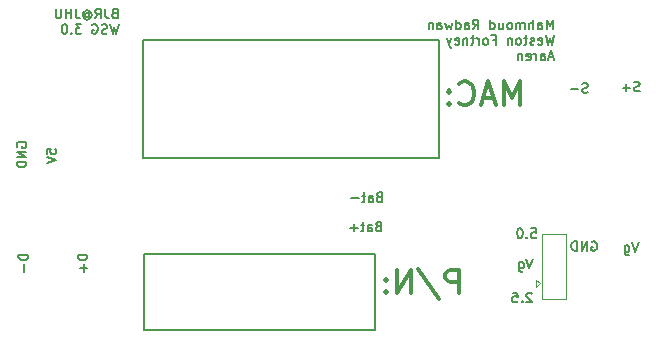
<source format=gbr>
%TF.GenerationSoftware,KiCad,Pcbnew,8.0.4*%
%TF.CreationDate,2025-03-23T22:29:41-04:00*%
%TF.ProjectId,wsg3.0,77736733-2e30-42e6-9b69-6361645f7063,rev?*%
%TF.SameCoordinates,Original*%
%TF.FileFunction,Legend,Bot*%
%TF.FilePolarity,Positive*%
%FSLAX46Y46*%
G04 Gerber Fmt 4.6, Leading zero omitted, Abs format (unit mm)*
G04 Created by KiCad (PCBNEW 8.0.4) date 2025-03-23 22:29:41*
%MOMM*%
%LPD*%
G01*
G04 APERTURE LIST*
%ADD10C,0.152400*%
%ADD11C,0.300000*%
%ADD12C,0.120000*%
G04 APERTURE END LIST*
D10*
X11660000Y-21610000D02*
X31230000Y-21610000D01*
X31230000Y-28070000D01*
X11660000Y-28070000D01*
X11660000Y-21610000D01*
X11600000Y-3480000D02*
X36600000Y-3480000D01*
X36600000Y-13480000D01*
X11600000Y-13480000D01*
X11600000Y-3480000D01*
X53532327Y-20639803D02*
X53261394Y-21452603D01*
X53261394Y-21452603D02*
X52990460Y-20639803D01*
X52371184Y-20910737D02*
X52371184Y-21568718D01*
X52371184Y-21568718D02*
X52409889Y-21646127D01*
X52409889Y-21646127D02*
X52448593Y-21684832D01*
X52448593Y-21684832D02*
X52526003Y-21723537D01*
X52526003Y-21723537D02*
X52642117Y-21723537D01*
X52642117Y-21723537D02*
X52719527Y-21684832D01*
X52371184Y-21413899D02*
X52448593Y-21452603D01*
X52448593Y-21452603D02*
X52603412Y-21452603D01*
X52603412Y-21452603D02*
X52680822Y-21413899D01*
X52680822Y-21413899D02*
X52719527Y-21375194D01*
X52719527Y-21375194D02*
X52758231Y-21297784D01*
X52758231Y-21297784D02*
X52758231Y-21065556D01*
X52758231Y-21065556D02*
X52719527Y-20988146D01*
X52719527Y-20988146D02*
X52680822Y-20949441D01*
X52680822Y-20949441D02*
X52603412Y-20910737D01*
X52603412Y-20910737D02*
X52448593Y-20910737D01*
X52448593Y-20910737D02*
X52371184Y-20949441D01*
X9155279Y-1248289D02*
X9039165Y-1286994D01*
X9039165Y-1286994D02*
X9000460Y-1325698D01*
X9000460Y-1325698D02*
X8961756Y-1403108D01*
X8961756Y-1403108D02*
X8961756Y-1519222D01*
X8961756Y-1519222D02*
X9000460Y-1596632D01*
X9000460Y-1596632D02*
X9039165Y-1635337D01*
X9039165Y-1635337D02*
X9116575Y-1674041D01*
X9116575Y-1674041D02*
X9426213Y-1674041D01*
X9426213Y-1674041D02*
X9426213Y-861241D01*
X9426213Y-861241D02*
X9155279Y-861241D01*
X9155279Y-861241D02*
X9077870Y-899946D01*
X9077870Y-899946D02*
X9039165Y-938651D01*
X9039165Y-938651D02*
X9000460Y-1016060D01*
X9000460Y-1016060D02*
X9000460Y-1093470D01*
X9000460Y-1093470D02*
X9039165Y-1170879D01*
X9039165Y-1170879D02*
X9077870Y-1209584D01*
X9077870Y-1209584D02*
X9155279Y-1248289D01*
X9155279Y-1248289D02*
X9426213Y-1248289D01*
X8381184Y-861241D02*
X8381184Y-1441813D01*
X8381184Y-1441813D02*
X8419889Y-1557927D01*
X8419889Y-1557927D02*
X8497298Y-1635337D01*
X8497298Y-1635337D02*
X8613413Y-1674041D01*
X8613413Y-1674041D02*
X8690822Y-1674041D01*
X7529680Y-1674041D02*
X7800613Y-1286994D01*
X7994137Y-1674041D02*
X7994137Y-861241D01*
X7994137Y-861241D02*
X7684499Y-861241D01*
X7684499Y-861241D02*
X7607089Y-899946D01*
X7607089Y-899946D02*
X7568384Y-938651D01*
X7568384Y-938651D02*
X7529680Y-1016060D01*
X7529680Y-1016060D02*
X7529680Y-1132175D01*
X7529680Y-1132175D02*
X7568384Y-1209584D01*
X7568384Y-1209584D02*
X7607089Y-1248289D01*
X7607089Y-1248289D02*
X7684499Y-1286994D01*
X7684499Y-1286994D02*
X7994137Y-1286994D01*
X6678175Y-1286994D02*
X6716880Y-1248289D01*
X6716880Y-1248289D02*
X6794289Y-1209584D01*
X6794289Y-1209584D02*
X6871699Y-1209584D01*
X6871699Y-1209584D02*
X6949108Y-1248289D01*
X6949108Y-1248289D02*
X6987813Y-1286994D01*
X6987813Y-1286994D02*
X7026518Y-1364403D01*
X7026518Y-1364403D02*
X7026518Y-1441813D01*
X7026518Y-1441813D02*
X6987813Y-1519222D01*
X6987813Y-1519222D02*
X6949108Y-1557927D01*
X6949108Y-1557927D02*
X6871699Y-1596632D01*
X6871699Y-1596632D02*
X6794289Y-1596632D01*
X6794289Y-1596632D02*
X6716880Y-1557927D01*
X6716880Y-1557927D02*
X6678175Y-1519222D01*
X6678175Y-1209584D02*
X6678175Y-1519222D01*
X6678175Y-1519222D02*
X6639470Y-1557927D01*
X6639470Y-1557927D02*
X6600765Y-1557927D01*
X6600765Y-1557927D02*
X6523356Y-1519222D01*
X6523356Y-1519222D02*
X6484651Y-1441813D01*
X6484651Y-1441813D02*
X6484651Y-1248289D01*
X6484651Y-1248289D02*
X6562061Y-1132175D01*
X6562061Y-1132175D02*
X6678175Y-1054765D01*
X6678175Y-1054765D02*
X6832994Y-1016060D01*
X6832994Y-1016060D02*
X6987813Y-1054765D01*
X6987813Y-1054765D02*
X7103927Y-1132175D01*
X7103927Y-1132175D02*
X7181337Y-1248289D01*
X7181337Y-1248289D02*
X7220041Y-1403108D01*
X7220041Y-1403108D02*
X7181337Y-1557927D01*
X7181337Y-1557927D02*
X7103927Y-1674041D01*
X7103927Y-1674041D02*
X6987813Y-1751451D01*
X6987813Y-1751451D02*
X6832994Y-1790156D01*
X6832994Y-1790156D02*
X6678175Y-1751451D01*
X6678175Y-1751451D02*
X6562061Y-1674041D01*
X5904079Y-861241D02*
X5904079Y-1441813D01*
X5904079Y-1441813D02*
X5942784Y-1557927D01*
X5942784Y-1557927D02*
X6020193Y-1635337D01*
X6020193Y-1635337D02*
X6136308Y-1674041D01*
X6136308Y-1674041D02*
X6213717Y-1674041D01*
X5517032Y-1674041D02*
X5517032Y-861241D01*
X5517032Y-1248289D02*
X5052575Y-1248289D01*
X5052575Y-1674041D02*
X5052575Y-861241D01*
X4665527Y-861241D02*
X4665527Y-1519222D01*
X4665527Y-1519222D02*
X4626822Y-1596632D01*
X4626822Y-1596632D02*
X4588117Y-1635337D01*
X4588117Y-1635337D02*
X4510708Y-1674041D01*
X4510708Y-1674041D02*
X4355889Y-1674041D01*
X4355889Y-1674041D02*
X4278479Y-1635337D01*
X4278479Y-1635337D02*
X4239774Y-1596632D01*
X4239774Y-1596632D02*
X4201070Y-1519222D01*
X4201070Y-1519222D02*
X4201070Y-861241D01*
X9503622Y-2169803D02*
X9310098Y-2982603D01*
X9310098Y-2982603D02*
X9155279Y-2402032D01*
X9155279Y-2402032D02*
X9000460Y-2982603D01*
X9000460Y-2982603D02*
X8806937Y-2169803D01*
X8536003Y-2943899D02*
X8419889Y-2982603D01*
X8419889Y-2982603D02*
X8226365Y-2982603D01*
X8226365Y-2982603D02*
X8148956Y-2943899D01*
X8148956Y-2943899D02*
X8110251Y-2905194D01*
X8110251Y-2905194D02*
X8071546Y-2827784D01*
X8071546Y-2827784D02*
X8071546Y-2750375D01*
X8071546Y-2750375D02*
X8110251Y-2672965D01*
X8110251Y-2672965D02*
X8148956Y-2634260D01*
X8148956Y-2634260D02*
X8226365Y-2595556D01*
X8226365Y-2595556D02*
X8381184Y-2556851D01*
X8381184Y-2556851D02*
X8458594Y-2518146D01*
X8458594Y-2518146D02*
X8497299Y-2479441D01*
X8497299Y-2479441D02*
X8536003Y-2402032D01*
X8536003Y-2402032D02*
X8536003Y-2324622D01*
X8536003Y-2324622D02*
X8497299Y-2247213D01*
X8497299Y-2247213D02*
X8458594Y-2208508D01*
X8458594Y-2208508D02*
X8381184Y-2169803D01*
X8381184Y-2169803D02*
X8187661Y-2169803D01*
X8187661Y-2169803D02*
X8071546Y-2208508D01*
X7297451Y-2208508D02*
X7374861Y-2169803D01*
X7374861Y-2169803D02*
X7490975Y-2169803D01*
X7490975Y-2169803D02*
X7607089Y-2208508D01*
X7607089Y-2208508D02*
X7684499Y-2285918D01*
X7684499Y-2285918D02*
X7723204Y-2363327D01*
X7723204Y-2363327D02*
X7761908Y-2518146D01*
X7761908Y-2518146D02*
X7761908Y-2634260D01*
X7761908Y-2634260D02*
X7723204Y-2789079D01*
X7723204Y-2789079D02*
X7684499Y-2866489D01*
X7684499Y-2866489D02*
X7607089Y-2943899D01*
X7607089Y-2943899D02*
X7490975Y-2982603D01*
X7490975Y-2982603D02*
X7413566Y-2982603D01*
X7413566Y-2982603D02*
X7297451Y-2943899D01*
X7297451Y-2943899D02*
X7258747Y-2905194D01*
X7258747Y-2905194D02*
X7258747Y-2634260D01*
X7258747Y-2634260D02*
X7413566Y-2634260D01*
X6368537Y-2169803D02*
X5865375Y-2169803D01*
X5865375Y-2169803D02*
X6136309Y-2479441D01*
X6136309Y-2479441D02*
X6020194Y-2479441D01*
X6020194Y-2479441D02*
X5942785Y-2518146D01*
X5942785Y-2518146D02*
X5904080Y-2556851D01*
X5904080Y-2556851D02*
X5865375Y-2634260D01*
X5865375Y-2634260D02*
X5865375Y-2827784D01*
X5865375Y-2827784D02*
X5904080Y-2905194D01*
X5904080Y-2905194D02*
X5942785Y-2943899D01*
X5942785Y-2943899D02*
X6020194Y-2982603D01*
X6020194Y-2982603D02*
X6252423Y-2982603D01*
X6252423Y-2982603D02*
X6329832Y-2943899D01*
X6329832Y-2943899D02*
X6368537Y-2905194D01*
X5517033Y-2905194D02*
X5478328Y-2943899D01*
X5478328Y-2943899D02*
X5517033Y-2982603D01*
X5517033Y-2982603D02*
X5555737Y-2943899D01*
X5555737Y-2943899D02*
X5517033Y-2905194D01*
X5517033Y-2905194D02*
X5517033Y-2982603D01*
X4975166Y-2169803D02*
X4897756Y-2169803D01*
X4897756Y-2169803D02*
X4820347Y-2208508D01*
X4820347Y-2208508D02*
X4781642Y-2247213D01*
X4781642Y-2247213D02*
X4742937Y-2324622D01*
X4742937Y-2324622D02*
X4704232Y-2479441D01*
X4704232Y-2479441D02*
X4704232Y-2672965D01*
X4704232Y-2672965D02*
X4742937Y-2827784D01*
X4742937Y-2827784D02*
X4781642Y-2905194D01*
X4781642Y-2905194D02*
X4820347Y-2943899D01*
X4820347Y-2943899D02*
X4897756Y-2982603D01*
X4897756Y-2982603D02*
X4975166Y-2982603D01*
X4975166Y-2982603D02*
X5052575Y-2943899D01*
X5052575Y-2943899D02*
X5091280Y-2905194D01*
X5091280Y-2905194D02*
X5129985Y-2827784D01*
X5129985Y-2827784D02*
X5168689Y-2672965D01*
X5168689Y-2672965D02*
X5168689Y-2479441D01*
X5168689Y-2479441D02*
X5129985Y-2324622D01*
X5129985Y-2324622D02*
X5091280Y-2247213D01*
X5091280Y-2247213D02*
X5052575Y-2208508D01*
X5052575Y-2208508D02*
X4975166Y-2169803D01*
X44572327Y-22039803D02*
X44301394Y-22852603D01*
X44301394Y-22852603D02*
X44030460Y-22039803D01*
X43411184Y-22310737D02*
X43411184Y-22968718D01*
X43411184Y-22968718D02*
X43449889Y-23046127D01*
X43449889Y-23046127D02*
X43488593Y-23084832D01*
X43488593Y-23084832D02*
X43566003Y-23123537D01*
X43566003Y-23123537D02*
X43682117Y-23123537D01*
X43682117Y-23123537D02*
X43759527Y-23084832D01*
X43411184Y-22813899D02*
X43488593Y-22852603D01*
X43488593Y-22852603D02*
X43643412Y-22852603D01*
X43643412Y-22852603D02*
X43720822Y-22813899D01*
X43720822Y-22813899D02*
X43759527Y-22775194D01*
X43759527Y-22775194D02*
X43798231Y-22697784D01*
X43798231Y-22697784D02*
X43798231Y-22465556D01*
X43798231Y-22465556D02*
X43759527Y-22388146D01*
X43759527Y-22388146D02*
X43720822Y-22349441D01*
X43720822Y-22349441D02*
X43643412Y-22310737D01*
X43643412Y-22310737D02*
X43488593Y-22310737D01*
X43488593Y-22310737D02*
X43411184Y-22349441D01*
X44449165Y-19469803D02*
X44836213Y-19469803D01*
X44836213Y-19469803D02*
X44874917Y-19856851D01*
X44874917Y-19856851D02*
X44836213Y-19818146D01*
X44836213Y-19818146D02*
X44758803Y-19779441D01*
X44758803Y-19779441D02*
X44565279Y-19779441D01*
X44565279Y-19779441D02*
X44487870Y-19818146D01*
X44487870Y-19818146D02*
X44449165Y-19856851D01*
X44449165Y-19856851D02*
X44410460Y-19934260D01*
X44410460Y-19934260D02*
X44410460Y-20127784D01*
X44410460Y-20127784D02*
X44449165Y-20205194D01*
X44449165Y-20205194D02*
X44487870Y-20243899D01*
X44487870Y-20243899D02*
X44565279Y-20282603D01*
X44565279Y-20282603D02*
X44758803Y-20282603D01*
X44758803Y-20282603D02*
X44836213Y-20243899D01*
X44836213Y-20243899D02*
X44874917Y-20205194D01*
X44062118Y-20205194D02*
X44023413Y-20243899D01*
X44023413Y-20243899D02*
X44062118Y-20282603D01*
X44062118Y-20282603D02*
X44100822Y-20243899D01*
X44100822Y-20243899D02*
X44062118Y-20205194D01*
X44062118Y-20205194D02*
X44062118Y-20282603D01*
X43520251Y-19469803D02*
X43442841Y-19469803D01*
X43442841Y-19469803D02*
X43365432Y-19508508D01*
X43365432Y-19508508D02*
X43326727Y-19547213D01*
X43326727Y-19547213D02*
X43288022Y-19624622D01*
X43288022Y-19624622D02*
X43249317Y-19779441D01*
X43249317Y-19779441D02*
X43249317Y-19972965D01*
X43249317Y-19972965D02*
X43288022Y-20127784D01*
X43288022Y-20127784D02*
X43326727Y-20205194D01*
X43326727Y-20205194D02*
X43365432Y-20243899D01*
X43365432Y-20243899D02*
X43442841Y-20282603D01*
X43442841Y-20282603D02*
X43520251Y-20282603D01*
X43520251Y-20282603D02*
X43597660Y-20243899D01*
X43597660Y-20243899D02*
X43636365Y-20205194D01*
X43636365Y-20205194D02*
X43675070Y-20127784D01*
X43675070Y-20127784D02*
X43713774Y-19972965D01*
X43713774Y-19972965D02*
X43713774Y-19779441D01*
X43713774Y-19779441D02*
X43675070Y-19624622D01*
X43675070Y-19624622D02*
X43636365Y-19547213D01*
X43636365Y-19547213D02*
X43597660Y-19508508D01*
X43597660Y-19508508D02*
X43520251Y-19469803D01*
X31565279Y-16806851D02*
X31449165Y-16845556D01*
X31449165Y-16845556D02*
X31410460Y-16884260D01*
X31410460Y-16884260D02*
X31371756Y-16961670D01*
X31371756Y-16961670D02*
X31371756Y-17077784D01*
X31371756Y-17077784D02*
X31410460Y-17155194D01*
X31410460Y-17155194D02*
X31449165Y-17193899D01*
X31449165Y-17193899D02*
X31526575Y-17232603D01*
X31526575Y-17232603D02*
X31836213Y-17232603D01*
X31836213Y-17232603D02*
X31836213Y-16419803D01*
X31836213Y-16419803D02*
X31565279Y-16419803D01*
X31565279Y-16419803D02*
X31487870Y-16458508D01*
X31487870Y-16458508D02*
X31449165Y-16497213D01*
X31449165Y-16497213D02*
X31410460Y-16574622D01*
X31410460Y-16574622D02*
X31410460Y-16652032D01*
X31410460Y-16652032D02*
X31449165Y-16729441D01*
X31449165Y-16729441D02*
X31487870Y-16768146D01*
X31487870Y-16768146D02*
X31565279Y-16806851D01*
X31565279Y-16806851D02*
X31836213Y-16806851D01*
X30675070Y-17232603D02*
X30675070Y-16806851D01*
X30675070Y-16806851D02*
X30713775Y-16729441D01*
X30713775Y-16729441D02*
X30791184Y-16690737D01*
X30791184Y-16690737D02*
X30946003Y-16690737D01*
X30946003Y-16690737D02*
X31023413Y-16729441D01*
X30675070Y-17193899D02*
X30752479Y-17232603D01*
X30752479Y-17232603D02*
X30946003Y-17232603D01*
X30946003Y-17232603D02*
X31023413Y-17193899D01*
X31023413Y-17193899D02*
X31062117Y-17116489D01*
X31062117Y-17116489D02*
X31062117Y-17039079D01*
X31062117Y-17039079D02*
X31023413Y-16961670D01*
X31023413Y-16961670D02*
X30946003Y-16922965D01*
X30946003Y-16922965D02*
X30752479Y-16922965D01*
X30752479Y-16922965D02*
X30675070Y-16884260D01*
X30404137Y-16690737D02*
X30094499Y-16690737D01*
X30288023Y-16419803D02*
X30288023Y-17116489D01*
X30288023Y-17116489D02*
X30249318Y-17193899D01*
X30249318Y-17193899D02*
X30171908Y-17232603D01*
X30171908Y-17232603D02*
X30094499Y-17232603D01*
X29823566Y-16922965D02*
X29204290Y-16922965D01*
X53614917Y-7813899D02*
X53498803Y-7852603D01*
X53498803Y-7852603D02*
X53305279Y-7852603D01*
X53305279Y-7852603D02*
X53227870Y-7813899D01*
X53227870Y-7813899D02*
X53189165Y-7775194D01*
X53189165Y-7775194D02*
X53150460Y-7697784D01*
X53150460Y-7697784D02*
X53150460Y-7620375D01*
X53150460Y-7620375D02*
X53189165Y-7542965D01*
X53189165Y-7542965D02*
X53227870Y-7504260D01*
X53227870Y-7504260D02*
X53305279Y-7465556D01*
X53305279Y-7465556D02*
X53460098Y-7426851D01*
X53460098Y-7426851D02*
X53537508Y-7388146D01*
X53537508Y-7388146D02*
X53576213Y-7349441D01*
X53576213Y-7349441D02*
X53614917Y-7272032D01*
X53614917Y-7272032D02*
X53614917Y-7194622D01*
X53614917Y-7194622D02*
X53576213Y-7117213D01*
X53576213Y-7117213D02*
X53537508Y-7078508D01*
X53537508Y-7078508D02*
X53460098Y-7039803D01*
X53460098Y-7039803D02*
X53266575Y-7039803D01*
X53266575Y-7039803D02*
X53150460Y-7078508D01*
X52802118Y-7542965D02*
X52182842Y-7542965D01*
X52492480Y-7852603D02*
X52492480Y-7233327D01*
X46286213Y-2595479D02*
X46286213Y-1782679D01*
X46286213Y-1782679D02*
X46015279Y-2363251D01*
X46015279Y-2363251D02*
X45744346Y-1782679D01*
X45744346Y-1782679D02*
X45744346Y-2595479D01*
X45008956Y-2595479D02*
X45008956Y-2169727D01*
X45008956Y-2169727D02*
X45047661Y-2092317D01*
X45047661Y-2092317D02*
X45125070Y-2053613D01*
X45125070Y-2053613D02*
X45279889Y-2053613D01*
X45279889Y-2053613D02*
X45357299Y-2092317D01*
X45008956Y-2556775D02*
X45086365Y-2595479D01*
X45086365Y-2595479D02*
X45279889Y-2595479D01*
X45279889Y-2595479D02*
X45357299Y-2556775D01*
X45357299Y-2556775D02*
X45396003Y-2479365D01*
X45396003Y-2479365D02*
X45396003Y-2401955D01*
X45396003Y-2401955D02*
X45357299Y-2324546D01*
X45357299Y-2324546D02*
X45279889Y-2285841D01*
X45279889Y-2285841D02*
X45086365Y-2285841D01*
X45086365Y-2285841D02*
X45008956Y-2247136D01*
X44621909Y-2595479D02*
X44621909Y-1782679D01*
X44273566Y-2595479D02*
X44273566Y-2169727D01*
X44273566Y-2169727D02*
X44312271Y-2092317D01*
X44312271Y-2092317D02*
X44389680Y-2053613D01*
X44389680Y-2053613D02*
X44505794Y-2053613D01*
X44505794Y-2053613D02*
X44583204Y-2092317D01*
X44583204Y-2092317D02*
X44621909Y-2131022D01*
X43886519Y-2595479D02*
X43886519Y-2053613D01*
X43886519Y-2131022D02*
X43847814Y-2092317D01*
X43847814Y-2092317D02*
X43770404Y-2053613D01*
X43770404Y-2053613D02*
X43654290Y-2053613D01*
X43654290Y-2053613D02*
X43576881Y-2092317D01*
X43576881Y-2092317D02*
X43538176Y-2169727D01*
X43538176Y-2169727D02*
X43538176Y-2595479D01*
X43538176Y-2169727D02*
X43499471Y-2092317D01*
X43499471Y-2092317D02*
X43422062Y-2053613D01*
X43422062Y-2053613D02*
X43305947Y-2053613D01*
X43305947Y-2053613D02*
X43228538Y-2092317D01*
X43228538Y-2092317D02*
X43189833Y-2169727D01*
X43189833Y-2169727D02*
X43189833Y-2595479D01*
X42686671Y-2595479D02*
X42764081Y-2556775D01*
X42764081Y-2556775D02*
X42802786Y-2518070D01*
X42802786Y-2518070D02*
X42841490Y-2440660D01*
X42841490Y-2440660D02*
X42841490Y-2208432D01*
X42841490Y-2208432D02*
X42802786Y-2131022D01*
X42802786Y-2131022D02*
X42764081Y-2092317D01*
X42764081Y-2092317D02*
X42686671Y-2053613D01*
X42686671Y-2053613D02*
X42570557Y-2053613D01*
X42570557Y-2053613D02*
X42493148Y-2092317D01*
X42493148Y-2092317D02*
X42454443Y-2131022D01*
X42454443Y-2131022D02*
X42415738Y-2208432D01*
X42415738Y-2208432D02*
X42415738Y-2440660D01*
X42415738Y-2440660D02*
X42454443Y-2518070D01*
X42454443Y-2518070D02*
X42493148Y-2556775D01*
X42493148Y-2556775D02*
X42570557Y-2595479D01*
X42570557Y-2595479D02*
X42686671Y-2595479D01*
X41719053Y-2053613D02*
X41719053Y-2595479D01*
X42067396Y-2053613D02*
X42067396Y-2479365D01*
X42067396Y-2479365D02*
X42028691Y-2556775D01*
X42028691Y-2556775D02*
X41951281Y-2595479D01*
X41951281Y-2595479D02*
X41835167Y-2595479D01*
X41835167Y-2595479D02*
X41757758Y-2556775D01*
X41757758Y-2556775D02*
X41719053Y-2518070D01*
X40983663Y-2595479D02*
X40983663Y-1782679D01*
X40983663Y-2556775D02*
X41061072Y-2595479D01*
X41061072Y-2595479D02*
X41215891Y-2595479D01*
X41215891Y-2595479D02*
X41293301Y-2556775D01*
X41293301Y-2556775D02*
X41332006Y-2518070D01*
X41332006Y-2518070D02*
X41370710Y-2440660D01*
X41370710Y-2440660D02*
X41370710Y-2208432D01*
X41370710Y-2208432D02*
X41332006Y-2131022D01*
X41332006Y-2131022D02*
X41293301Y-2092317D01*
X41293301Y-2092317D02*
X41215891Y-2053613D01*
X41215891Y-2053613D02*
X41061072Y-2053613D01*
X41061072Y-2053613D02*
X40983663Y-2092317D01*
X39512883Y-2595479D02*
X39783816Y-2208432D01*
X39977340Y-2595479D02*
X39977340Y-1782679D01*
X39977340Y-1782679D02*
X39667702Y-1782679D01*
X39667702Y-1782679D02*
X39590292Y-1821384D01*
X39590292Y-1821384D02*
X39551587Y-1860089D01*
X39551587Y-1860089D02*
X39512883Y-1937498D01*
X39512883Y-1937498D02*
X39512883Y-2053613D01*
X39512883Y-2053613D02*
X39551587Y-2131022D01*
X39551587Y-2131022D02*
X39590292Y-2169727D01*
X39590292Y-2169727D02*
X39667702Y-2208432D01*
X39667702Y-2208432D02*
X39977340Y-2208432D01*
X38816197Y-2595479D02*
X38816197Y-2169727D01*
X38816197Y-2169727D02*
X38854902Y-2092317D01*
X38854902Y-2092317D02*
X38932311Y-2053613D01*
X38932311Y-2053613D02*
X39087130Y-2053613D01*
X39087130Y-2053613D02*
X39164540Y-2092317D01*
X38816197Y-2556775D02*
X38893606Y-2595479D01*
X38893606Y-2595479D02*
X39087130Y-2595479D01*
X39087130Y-2595479D02*
X39164540Y-2556775D01*
X39164540Y-2556775D02*
X39203244Y-2479365D01*
X39203244Y-2479365D02*
X39203244Y-2401955D01*
X39203244Y-2401955D02*
X39164540Y-2324546D01*
X39164540Y-2324546D02*
X39087130Y-2285841D01*
X39087130Y-2285841D02*
X38893606Y-2285841D01*
X38893606Y-2285841D02*
X38816197Y-2247136D01*
X38080807Y-2595479D02*
X38080807Y-1782679D01*
X38080807Y-2556775D02*
X38158216Y-2595479D01*
X38158216Y-2595479D02*
X38313035Y-2595479D01*
X38313035Y-2595479D02*
X38390445Y-2556775D01*
X38390445Y-2556775D02*
X38429150Y-2518070D01*
X38429150Y-2518070D02*
X38467854Y-2440660D01*
X38467854Y-2440660D02*
X38467854Y-2208432D01*
X38467854Y-2208432D02*
X38429150Y-2131022D01*
X38429150Y-2131022D02*
X38390445Y-2092317D01*
X38390445Y-2092317D02*
X38313035Y-2053613D01*
X38313035Y-2053613D02*
X38158216Y-2053613D01*
X38158216Y-2053613D02*
X38080807Y-2092317D01*
X37771169Y-2053613D02*
X37616350Y-2595479D01*
X37616350Y-2595479D02*
X37461531Y-2208432D01*
X37461531Y-2208432D02*
X37306712Y-2595479D01*
X37306712Y-2595479D02*
X37151893Y-2053613D01*
X36493912Y-2595479D02*
X36493912Y-2169727D01*
X36493912Y-2169727D02*
X36532617Y-2092317D01*
X36532617Y-2092317D02*
X36610026Y-2053613D01*
X36610026Y-2053613D02*
X36764845Y-2053613D01*
X36764845Y-2053613D02*
X36842255Y-2092317D01*
X36493912Y-2556775D02*
X36571321Y-2595479D01*
X36571321Y-2595479D02*
X36764845Y-2595479D01*
X36764845Y-2595479D02*
X36842255Y-2556775D01*
X36842255Y-2556775D02*
X36880959Y-2479365D01*
X36880959Y-2479365D02*
X36880959Y-2401955D01*
X36880959Y-2401955D02*
X36842255Y-2324546D01*
X36842255Y-2324546D02*
X36764845Y-2285841D01*
X36764845Y-2285841D02*
X36571321Y-2285841D01*
X36571321Y-2285841D02*
X36493912Y-2247136D01*
X36106865Y-2053613D02*
X36106865Y-2595479D01*
X36106865Y-2131022D02*
X36068160Y-2092317D01*
X36068160Y-2092317D02*
X35990750Y-2053613D01*
X35990750Y-2053613D02*
X35874636Y-2053613D01*
X35874636Y-2053613D02*
X35797227Y-2092317D01*
X35797227Y-2092317D02*
X35758522Y-2169727D01*
X35758522Y-2169727D02*
X35758522Y-2595479D01*
X46363622Y-3091241D02*
X46170098Y-3904041D01*
X46170098Y-3904041D02*
X46015279Y-3323470D01*
X46015279Y-3323470D02*
X45860460Y-3904041D01*
X45860460Y-3904041D02*
X45666937Y-3091241D01*
X45047661Y-3865337D02*
X45125070Y-3904041D01*
X45125070Y-3904041D02*
X45279889Y-3904041D01*
X45279889Y-3904041D02*
X45357299Y-3865337D01*
X45357299Y-3865337D02*
X45396003Y-3787927D01*
X45396003Y-3787927D02*
X45396003Y-3478289D01*
X45396003Y-3478289D02*
X45357299Y-3400879D01*
X45357299Y-3400879D02*
X45279889Y-3362175D01*
X45279889Y-3362175D02*
X45125070Y-3362175D01*
X45125070Y-3362175D02*
X45047661Y-3400879D01*
X45047661Y-3400879D02*
X45008956Y-3478289D01*
X45008956Y-3478289D02*
X45008956Y-3555698D01*
X45008956Y-3555698D02*
X45396003Y-3633108D01*
X44699317Y-3865337D02*
X44621908Y-3904041D01*
X44621908Y-3904041D02*
X44467089Y-3904041D01*
X44467089Y-3904041D02*
X44389679Y-3865337D01*
X44389679Y-3865337D02*
X44350975Y-3787927D01*
X44350975Y-3787927D02*
X44350975Y-3749222D01*
X44350975Y-3749222D02*
X44389679Y-3671813D01*
X44389679Y-3671813D02*
X44467089Y-3633108D01*
X44467089Y-3633108D02*
X44583203Y-3633108D01*
X44583203Y-3633108D02*
X44660613Y-3594403D01*
X44660613Y-3594403D02*
X44699317Y-3516994D01*
X44699317Y-3516994D02*
X44699317Y-3478289D01*
X44699317Y-3478289D02*
X44660613Y-3400879D01*
X44660613Y-3400879D02*
X44583203Y-3362175D01*
X44583203Y-3362175D02*
X44467089Y-3362175D01*
X44467089Y-3362175D02*
X44389679Y-3400879D01*
X44118746Y-3362175D02*
X43809108Y-3362175D01*
X44002632Y-3091241D02*
X44002632Y-3787927D01*
X44002632Y-3787927D02*
X43963927Y-3865337D01*
X43963927Y-3865337D02*
X43886517Y-3904041D01*
X43886517Y-3904041D02*
X43809108Y-3904041D01*
X43422060Y-3904041D02*
X43499470Y-3865337D01*
X43499470Y-3865337D02*
X43538175Y-3826632D01*
X43538175Y-3826632D02*
X43576879Y-3749222D01*
X43576879Y-3749222D02*
X43576879Y-3516994D01*
X43576879Y-3516994D02*
X43538175Y-3439584D01*
X43538175Y-3439584D02*
X43499470Y-3400879D01*
X43499470Y-3400879D02*
X43422060Y-3362175D01*
X43422060Y-3362175D02*
X43305946Y-3362175D01*
X43305946Y-3362175D02*
X43228537Y-3400879D01*
X43228537Y-3400879D02*
X43189832Y-3439584D01*
X43189832Y-3439584D02*
X43151127Y-3516994D01*
X43151127Y-3516994D02*
X43151127Y-3749222D01*
X43151127Y-3749222D02*
X43189832Y-3826632D01*
X43189832Y-3826632D02*
X43228537Y-3865337D01*
X43228537Y-3865337D02*
X43305946Y-3904041D01*
X43305946Y-3904041D02*
X43422060Y-3904041D01*
X42802785Y-3362175D02*
X42802785Y-3904041D01*
X42802785Y-3439584D02*
X42764080Y-3400879D01*
X42764080Y-3400879D02*
X42686670Y-3362175D01*
X42686670Y-3362175D02*
X42570556Y-3362175D01*
X42570556Y-3362175D02*
X42493147Y-3400879D01*
X42493147Y-3400879D02*
X42454442Y-3478289D01*
X42454442Y-3478289D02*
X42454442Y-3904041D01*
X41177185Y-3478289D02*
X41448119Y-3478289D01*
X41448119Y-3904041D02*
X41448119Y-3091241D01*
X41448119Y-3091241D02*
X41061071Y-3091241D01*
X40635318Y-3904041D02*
X40712728Y-3865337D01*
X40712728Y-3865337D02*
X40751433Y-3826632D01*
X40751433Y-3826632D02*
X40790137Y-3749222D01*
X40790137Y-3749222D02*
X40790137Y-3516994D01*
X40790137Y-3516994D02*
X40751433Y-3439584D01*
X40751433Y-3439584D02*
X40712728Y-3400879D01*
X40712728Y-3400879D02*
X40635318Y-3362175D01*
X40635318Y-3362175D02*
X40519204Y-3362175D01*
X40519204Y-3362175D02*
X40441795Y-3400879D01*
X40441795Y-3400879D02*
X40403090Y-3439584D01*
X40403090Y-3439584D02*
X40364385Y-3516994D01*
X40364385Y-3516994D02*
X40364385Y-3749222D01*
X40364385Y-3749222D02*
X40403090Y-3826632D01*
X40403090Y-3826632D02*
X40441795Y-3865337D01*
X40441795Y-3865337D02*
X40519204Y-3904041D01*
X40519204Y-3904041D02*
X40635318Y-3904041D01*
X40016043Y-3904041D02*
X40016043Y-3362175D01*
X40016043Y-3516994D02*
X39977338Y-3439584D01*
X39977338Y-3439584D02*
X39938633Y-3400879D01*
X39938633Y-3400879D02*
X39861224Y-3362175D01*
X39861224Y-3362175D02*
X39783814Y-3362175D01*
X39628995Y-3362175D02*
X39319357Y-3362175D01*
X39512881Y-3091241D02*
X39512881Y-3787927D01*
X39512881Y-3787927D02*
X39474176Y-3865337D01*
X39474176Y-3865337D02*
X39396766Y-3904041D01*
X39396766Y-3904041D02*
X39319357Y-3904041D01*
X39048424Y-3362175D02*
X39048424Y-3904041D01*
X39048424Y-3439584D02*
X39009719Y-3400879D01*
X39009719Y-3400879D02*
X38932309Y-3362175D01*
X38932309Y-3362175D02*
X38816195Y-3362175D01*
X38816195Y-3362175D02*
X38738786Y-3400879D01*
X38738786Y-3400879D02*
X38700081Y-3478289D01*
X38700081Y-3478289D02*
X38700081Y-3904041D01*
X38003396Y-3865337D02*
X38080805Y-3904041D01*
X38080805Y-3904041D02*
X38235624Y-3904041D01*
X38235624Y-3904041D02*
X38313034Y-3865337D01*
X38313034Y-3865337D02*
X38351738Y-3787927D01*
X38351738Y-3787927D02*
X38351738Y-3478289D01*
X38351738Y-3478289D02*
X38313034Y-3400879D01*
X38313034Y-3400879D02*
X38235624Y-3362175D01*
X38235624Y-3362175D02*
X38080805Y-3362175D01*
X38080805Y-3362175D02*
X38003396Y-3400879D01*
X38003396Y-3400879D02*
X37964691Y-3478289D01*
X37964691Y-3478289D02*
X37964691Y-3555698D01*
X37964691Y-3555698D02*
X38351738Y-3633108D01*
X37693757Y-3362175D02*
X37500233Y-3904041D01*
X37306710Y-3362175D02*
X37500233Y-3904041D01*
X37500233Y-3904041D02*
X37577643Y-4097565D01*
X37577643Y-4097565D02*
X37616348Y-4136270D01*
X37616348Y-4136270D02*
X37693757Y-4174975D01*
X46324917Y-4980375D02*
X45937870Y-4980375D01*
X46402327Y-5212603D02*
X46131394Y-4399803D01*
X46131394Y-4399803D02*
X45860460Y-5212603D01*
X45241184Y-5212603D02*
X45241184Y-4786851D01*
X45241184Y-4786851D02*
X45279889Y-4709441D01*
X45279889Y-4709441D02*
X45357298Y-4670737D01*
X45357298Y-4670737D02*
X45512117Y-4670737D01*
X45512117Y-4670737D02*
X45589527Y-4709441D01*
X45241184Y-5173899D02*
X45318593Y-5212603D01*
X45318593Y-5212603D02*
X45512117Y-5212603D01*
X45512117Y-5212603D02*
X45589527Y-5173899D01*
X45589527Y-5173899D02*
X45628231Y-5096489D01*
X45628231Y-5096489D02*
X45628231Y-5019079D01*
X45628231Y-5019079D02*
X45589527Y-4941670D01*
X45589527Y-4941670D02*
X45512117Y-4902965D01*
X45512117Y-4902965D02*
X45318593Y-4902965D01*
X45318593Y-4902965D02*
X45241184Y-4864260D01*
X44854137Y-5212603D02*
X44854137Y-4670737D01*
X44854137Y-4825556D02*
X44815432Y-4748146D01*
X44815432Y-4748146D02*
X44776727Y-4709441D01*
X44776727Y-4709441D02*
X44699318Y-4670737D01*
X44699318Y-4670737D02*
X44621908Y-4670737D01*
X44041337Y-5173899D02*
X44118746Y-5212603D01*
X44118746Y-5212603D02*
X44273565Y-5212603D01*
X44273565Y-5212603D02*
X44350975Y-5173899D01*
X44350975Y-5173899D02*
X44389679Y-5096489D01*
X44389679Y-5096489D02*
X44389679Y-4786851D01*
X44389679Y-4786851D02*
X44350975Y-4709441D01*
X44350975Y-4709441D02*
X44273565Y-4670737D01*
X44273565Y-4670737D02*
X44118746Y-4670737D01*
X44118746Y-4670737D02*
X44041337Y-4709441D01*
X44041337Y-4709441D02*
X44002632Y-4786851D01*
X44002632Y-4786851D02*
X44002632Y-4864260D01*
X44002632Y-4864260D02*
X44389679Y-4941670D01*
X43654289Y-4670737D02*
X43654289Y-5212603D01*
X43654289Y-4748146D02*
X43615584Y-4709441D01*
X43615584Y-4709441D02*
X43538174Y-4670737D01*
X43538174Y-4670737D02*
X43422060Y-4670737D01*
X43422060Y-4670737D02*
X43344651Y-4709441D01*
X43344651Y-4709441D02*
X43305946Y-4786851D01*
X43305946Y-4786851D02*
X43305946Y-5212603D01*
X49560460Y-20588508D02*
X49637870Y-20549803D01*
X49637870Y-20549803D02*
X49753984Y-20549803D01*
X49753984Y-20549803D02*
X49870098Y-20588508D01*
X49870098Y-20588508D02*
X49947508Y-20665918D01*
X49947508Y-20665918D02*
X49986213Y-20743327D01*
X49986213Y-20743327D02*
X50024917Y-20898146D01*
X50024917Y-20898146D02*
X50024917Y-21014260D01*
X50024917Y-21014260D02*
X49986213Y-21169079D01*
X49986213Y-21169079D02*
X49947508Y-21246489D01*
X49947508Y-21246489D02*
X49870098Y-21323899D01*
X49870098Y-21323899D02*
X49753984Y-21362603D01*
X49753984Y-21362603D02*
X49676575Y-21362603D01*
X49676575Y-21362603D02*
X49560460Y-21323899D01*
X49560460Y-21323899D02*
X49521756Y-21285194D01*
X49521756Y-21285194D02*
X49521756Y-21014260D01*
X49521756Y-21014260D02*
X49676575Y-21014260D01*
X49173413Y-21362603D02*
X49173413Y-20549803D01*
X49173413Y-20549803D02*
X48708956Y-21362603D01*
X48708956Y-21362603D02*
X48708956Y-20549803D01*
X48321908Y-21362603D02*
X48321908Y-20549803D01*
X48321908Y-20549803D02*
X48128384Y-20549803D01*
X48128384Y-20549803D02*
X48012270Y-20588508D01*
X48012270Y-20588508D02*
X47934860Y-20665918D01*
X47934860Y-20665918D02*
X47896155Y-20743327D01*
X47896155Y-20743327D02*
X47857451Y-20898146D01*
X47857451Y-20898146D02*
X47857451Y-21014260D01*
X47857451Y-21014260D02*
X47896155Y-21169079D01*
X47896155Y-21169079D02*
X47934860Y-21246489D01*
X47934860Y-21246489D02*
X48012270Y-21323899D01*
X48012270Y-21323899D02*
X48128384Y-21362603D01*
X48128384Y-21362603D02*
X48321908Y-21362603D01*
X908508Y-12579539D02*
X869803Y-12502129D01*
X869803Y-12502129D02*
X869803Y-12386015D01*
X869803Y-12386015D02*
X908508Y-12269901D01*
X908508Y-12269901D02*
X985918Y-12192491D01*
X985918Y-12192491D02*
X1063327Y-12153786D01*
X1063327Y-12153786D02*
X1218146Y-12115082D01*
X1218146Y-12115082D02*
X1334260Y-12115082D01*
X1334260Y-12115082D02*
X1489079Y-12153786D01*
X1489079Y-12153786D02*
X1566489Y-12192491D01*
X1566489Y-12192491D02*
X1643899Y-12269901D01*
X1643899Y-12269901D02*
X1682603Y-12386015D01*
X1682603Y-12386015D02*
X1682603Y-12463424D01*
X1682603Y-12463424D02*
X1643899Y-12579539D01*
X1643899Y-12579539D02*
X1605194Y-12618243D01*
X1605194Y-12618243D02*
X1334260Y-12618243D01*
X1334260Y-12618243D02*
X1334260Y-12463424D01*
X1682603Y-12966586D02*
X869803Y-12966586D01*
X869803Y-12966586D02*
X1682603Y-13431043D01*
X1682603Y-13431043D02*
X869803Y-13431043D01*
X1682603Y-13818091D02*
X869803Y-13818091D01*
X869803Y-13818091D02*
X869803Y-14011615D01*
X869803Y-14011615D02*
X908508Y-14127729D01*
X908508Y-14127729D02*
X985918Y-14205139D01*
X985918Y-14205139D02*
X1063327Y-14243844D01*
X1063327Y-14243844D02*
X1218146Y-14282548D01*
X1218146Y-14282548D02*
X1334260Y-14282548D01*
X1334260Y-14282548D02*
X1489079Y-14243844D01*
X1489079Y-14243844D02*
X1566489Y-14205139D01*
X1566489Y-14205139D02*
X1643899Y-14127729D01*
X1643899Y-14127729D02*
X1682603Y-14011615D01*
X1682603Y-14011615D02*
X1682603Y-13818091D01*
D11*
X43486441Y-9019638D02*
X43486441Y-7019638D01*
X43486441Y-7019638D02*
X42819774Y-8448209D01*
X42819774Y-8448209D02*
X42153108Y-7019638D01*
X42153108Y-7019638D02*
X42153108Y-9019638D01*
X41295965Y-8448209D02*
X40343584Y-8448209D01*
X41486441Y-9019638D02*
X40819775Y-7019638D01*
X40819775Y-7019638D02*
X40153108Y-9019638D01*
X38343584Y-8829161D02*
X38438822Y-8924400D01*
X38438822Y-8924400D02*
X38724536Y-9019638D01*
X38724536Y-9019638D02*
X38915012Y-9019638D01*
X38915012Y-9019638D02*
X39200727Y-8924400D01*
X39200727Y-8924400D02*
X39391203Y-8733923D01*
X39391203Y-8733923D02*
X39486441Y-8543447D01*
X39486441Y-8543447D02*
X39581679Y-8162495D01*
X39581679Y-8162495D02*
X39581679Y-7876780D01*
X39581679Y-7876780D02*
X39486441Y-7495828D01*
X39486441Y-7495828D02*
X39391203Y-7305352D01*
X39391203Y-7305352D02*
X39200727Y-7114876D01*
X39200727Y-7114876D02*
X38915012Y-7019638D01*
X38915012Y-7019638D02*
X38724536Y-7019638D01*
X38724536Y-7019638D02*
X38438822Y-7114876D01*
X38438822Y-7114876D02*
X38343584Y-7210114D01*
X37486441Y-8829161D02*
X37391203Y-8924400D01*
X37391203Y-8924400D02*
X37486441Y-9019638D01*
X37486441Y-9019638D02*
X37581679Y-8924400D01*
X37581679Y-8924400D02*
X37486441Y-8829161D01*
X37486441Y-8829161D02*
X37486441Y-9019638D01*
X37486441Y-7781542D02*
X37391203Y-7876780D01*
X37391203Y-7876780D02*
X37486441Y-7972019D01*
X37486441Y-7972019D02*
X37581679Y-7876780D01*
X37581679Y-7876780D02*
X37486441Y-7781542D01*
X37486441Y-7781542D02*
X37486441Y-7972019D01*
D10*
X3419803Y-13140834D02*
X3419803Y-12753786D01*
X3419803Y-12753786D02*
X3806851Y-12715082D01*
X3806851Y-12715082D02*
X3768146Y-12753786D01*
X3768146Y-12753786D02*
X3729441Y-12831196D01*
X3729441Y-12831196D02*
X3729441Y-13024720D01*
X3729441Y-13024720D02*
X3768146Y-13102129D01*
X3768146Y-13102129D02*
X3806851Y-13140834D01*
X3806851Y-13140834D02*
X3884260Y-13179539D01*
X3884260Y-13179539D02*
X4077784Y-13179539D01*
X4077784Y-13179539D02*
X4155194Y-13140834D01*
X4155194Y-13140834D02*
X4193899Y-13102129D01*
X4193899Y-13102129D02*
X4232603Y-13024720D01*
X4232603Y-13024720D02*
X4232603Y-12831196D01*
X4232603Y-12831196D02*
X4193899Y-12753786D01*
X4193899Y-12753786D02*
X4155194Y-12715082D01*
X3419803Y-13411767D02*
X4232603Y-13682700D01*
X4232603Y-13682700D02*
X3419803Y-13953634D01*
X6872603Y-21683786D02*
X6059803Y-21683786D01*
X6059803Y-21683786D02*
X6059803Y-21877310D01*
X6059803Y-21877310D02*
X6098508Y-21993424D01*
X6098508Y-21993424D02*
X6175918Y-22070834D01*
X6175918Y-22070834D02*
X6253327Y-22109539D01*
X6253327Y-22109539D02*
X6408146Y-22148243D01*
X6408146Y-22148243D02*
X6524260Y-22148243D01*
X6524260Y-22148243D02*
X6679079Y-22109539D01*
X6679079Y-22109539D02*
X6756489Y-22070834D01*
X6756489Y-22070834D02*
X6833899Y-21993424D01*
X6833899Y-21993424D02*
X6872603Y-21877310D01*
X6872603Y-21877310D02*
X6872603Y-21683786D01*
X6562965Y-22496586D02*
X6562965Y-23115863D01*
X6872603Y-22806224D02*
X6253327Y-22806224D01*
X1842603Y-21703786D02*
X1029803Y-21703786D01*
X1029803Y-21703786D02*
X1029803Y-21897310D01*
X1029803Y-21897310D02*
X1068508Y-22013424D01*
X1068508Y-22013424D02*
X1145918Y-22090834D01*
X1145918Y-22090834D02*
X1223327Y-22129539D01*
X1223327Y-22129539D02*
X1378146Y-22168243D01*
X1378146Y-22168243D02*
X1494260Y-22168243D01*
X1494260Y-22168243D02*
X1649079Y-22129539D01*
X1649079Y-22129539D02*
X1726489Y-22090834D01*
X1726489Y-22090834D02*
X1803899Y-22013424D01*
X1803899Y-22013424D02*
X1842603Y-21897310D01*
X1842603Y-21897310D02*
X1842603Y-21703786D01*
X1532965Y-22516586D02*
X1532965Y-23135863D01*
X31485279Y-19286851D02*
X31369165Y-19325556D01*
X31369165Y-19325556D02*
X31330460Y-19364260D01*
X31330460Y-19364260D02*
X31291756Y-19441670D01*
X31291756Y-19441670D02*
X31291756Y-19557784D01*
X31291756Y-19557784D02*
X31330460Y-19635194D01*
X31330460Y-19635194D02*
X31369165Y-19673899D01*
X31369165Y-19673899D02*
X31446575Y-19712603D01*
X31446575Y-19712603D02*
X31756213Y-19712603D01*
X31756213Y-19712603D02*
X31756213Y-18899803D01*
X31756213Y-18899803D02*
X31485279Y-18899803D01*
X31485279Y-18899803D02*
X31407870Y-18938508D01*
X31407870Y-18938508D02*
X31369165Y-18977213D01*
X31369165Y-18977213D02*
X31330460Y-19054622D01*
X31330460Y-19054622D02*
X31330460Y-19132032D01*
X31330460Y-19132032D02*
X31369165Y-19209441D01*
X31369165Y-19209441D02*
X31407870Y-19248146D01*
X31407870Y-19248146D02*
X31485279Y-19286851D01*
X31485279Y-19286851D02*
X31756213Y-19286851D01*
X30595070Y-19712603D02*
X30595070Y-19286851D01*
X30595070Y-19286851D02*
X30633775Y-19209441D01*
X30633775Y-19209441D02*
X30711184Y-19170737D01*
X30711184Y-19170737D02*
X30866003Y-19170737D01*
X30866003Y-19170737D02*
X30943413Y-19209441D01*
X30595070Y-19673899D02*
X30672479Y-19712603D01*
X30672479Y-19712603D02*
X30866003Y-19712603D01*
X30866003Y-19712603D02*
X30943413Y-19673899D01*
X30943413Y-19673899D02*
X30982117Y-19596489D01*
X30982117Y-19596489D02*
X30982117Y-19519079D01*
X30982117Y-19519079D02*
X30943413Y-19441670D01*
X30943413Y-19441670D02*
X30866003Y-19402965D01*
X30866003Y-19402965D02*
X30672479Y-19402965D01*
X30672479Y-19402965D02*
X30595070Y-19364260D01*
X30324137Y-19170737D02*
X30014499Y-19170737D01*
X30208023Y-18899803D02*
X30208023Y-19596489D01*
X30208023Y-19596489D02*
X30169318Y-19673899D01*
X30169318Y-19673899D02*
X30091908Y-19712603D01*
X30091908Y-19712603D02*
X30014499Y-19712603D01*
X29743566Y-19402965D02*
X29124290Y-19402965D01*
X29433928Y-19712603D02*
X29433928Y-19093327D01*
X49224917Y-7943899D02*
X49108803Y-7982603D01*
X49108803Y-7982603D02*
X48915279Y-7982603D01*
X48915279Y-7982603D02*
X48837870Y-7943899D01*
X48837870Y-7943899D02*
X48799165Y-7905194D01*
X48799165Y-7905194D02*
X48760460Y-7827784D01*
X48760460Y-7827784D02*
X48760460Y-7750375D01*
X48760460Y-7750375D02*
X48799165Y-7672965D01*
X48799165Y-7672965D02*
X48837870Y-7634260D01*
X48837870Y-7634260D02*
X48915279Y-7595556D01*
X48915279Y-7595556D02*
X49070098Y-7556851D01*
X49070098Y-7556851D02*
X49147508Y-7518146D01*
X49147508Y-7518146D02*
X49186213Y-7479441D01*
X49186213Y-7479441D02*
X49224917Y-7402032D01*
X49224917Y-7402032D02*
X49224917Y-7324622D01*
X49224917Y-7324622D02*
X49186213Y-7247213D01*
X49186213Y-7247213D02*
X49147508Y-7208508D01*
X49147508Y-7208508D02*
X49070098Y-7169803D01*
X49070098Y-7169803D02*
X48876575Y-7169803D01*
X48876575Y-7169803D02*
X48760460Y-7208508D01*
X48412118Y-7672965D02*
X47792842Y-7672965D01*
X44484917Y-24997213D02*
X44446213Y-24958508D01*
X44446213Y-24958508D02*
X44368803Y-24919803D01*
X44368803Y-24919803D02*
X44175279Y-24919803D01*
X44175279Y-24919803D02*
X44097870Y-24958508D01*
X44097870Y-24958508D02*
X44059165Y-24997213D01*
X44059165Y-24997213D02*
X44020460Y-25074622D01*
X44020460Y-25074622D02*
X44020460Y-25152032D01*
X44020460Y-25152032D02*
X44059165Y-25268146D01*
X44059165Y-25268146D02*
X44523622Y-25732603D01*
X44523622Y-25732603D02*
X44020460Y-25732603D01*
X43672118Y-25655194D02*
X43633413Y-25693899D01*
X43633413Y-25693899D02*
X43672118Y-25732603D01*
X43672118Y-25732603D02*
X43710822Y-25693899D01*
X43710822Y-25693899D02*
X43672118Y-25655194D01*
X43672118Y-25655194D02*
X43672118Y-25732603D01*
X42898022Y-24919803D02*
X43285070Y-24919803D01*
X43285070Y-24919803D02*
X43323774Y-25306851D01*
X43323774Y-25306851D02*
X43285070Y-25268146D01*
X43285070Y-25268146D02*
X43207660Y-25229441D01*
X43207660Y-25229441D02*
X43014136Y-25229441D01*
X43014136Y-25229441D02*
X42936727Y-25268146D01*
X42936727Y-25268146D02*
X42898022Y-25306851D01*
X42898022Y-25306851D02*
X42859317Y-25384260D01*
X42859317Y-25384260D02*
X42859317Y-25577784D01*
X42859317Y-25577784D02*
X42898022Y-25655194D01*
X42898022Y-25655194D02*
X42936727Y-25693899D01*
X42936727Y-25693899D02*
X43014136Y-25732603D01*
X43014136Y-25732603D02*
X43207660Y-25732603D01*
X43207660Y-25732603D02*
X43285070Y-25693899D01*
X43285070Y-25693899D02*
X43323774Y-25655194D01*
D11*
X38326441Y-24959638D02*
X38326441Y-22959638D01*
X38326441Y-22959638D02*
X37564536Y-22959638D01*
X37564536Y-22959638D02*
X37374060Y-23054876D01*
X37374060Y-23054876D02*
X37278822Y-23150114D01*
X37278822Y-23150114D02*
X37183584Y-23340590D01*
X37183584Y-23340590D02*
X37183584Y-23626304D01*
X37183584Y-23626304D02*
X37278822Y-23816780D01*
X37278822Y-23816780D02*
X37374060Y-23912019D01*
X37374060Y-23912019D02*
X37564536Y-24007257D01*
X37564536Y-24007257D02*
X38326441Y-24007257D01*
X34897870Y-22864400D02*
X36612155Y-25435828D01*
X34231203Y-24959638D02*
X34231203Y-22959638D01*
X34231203Y-22959638D02*
X33088346Y-24959638D01*
X33088346Y-24959638D02*
X33088346Y-22959638D01*
X32135965Y-24769161D02*
X32040727Y-24864400D01*
X32040727Y-24864400D02*
X32135965Y-24959638D01*
X32135965Y-24959638D02*
X32231203Y-24864400D01*
X32231203Y-24864400D02*
X32135965Y-24769161D01*
X32135965Y-24769161D02*
X32135965Y-24959638D01*
X32135965Y-23721542D02*
X32040727Y-23816780D01*
X32040727Y-23816780D02*
X32135965Y-23912019D01*
X32135965Y-23912019D02*
X32231203Y-23816780D01*
X32231203Y-23816780D02*
X32135965Y-23721542D01*
X32135965Y-23721542D02*
X32135965Y-23912019D01*
D12*
%TO.C,JP1*%
X44850000Y-23800000D02*
X44850000Y-24400000D01*
X44850000Y-24400000D02*
X45150000Y-24100000D01*
X45150000Y-24100000D02*
X44850000Y-23800000D01*
X45400000Y-19950000D02*
X47350000Y-19950000D01*
X45400000Y-25450000D02*
X45400000Y-19950000D01*
X47350000Y-19950000D02*
X47350000Y-25450000D01*
X47350000Y-25450000D02*
X45400000Y-25450000D01*
%TD*%
M02*

</source>
